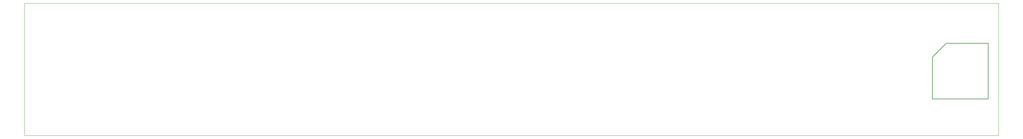
<source format=gm1>
G04 #@! TF.FileFunction,Profile,NP*
%FSLAX46Y46*%
G04 Gerber Fmt 4.6, Leading zero omitted, Abs format (unit mm)*
G04 Created by KiCad (PCBNEW 4.0.2-stable) date 2019-09-27 10:43:36 AM*
%MOMM*%
G01*
G04 APERTURE LIST*
%ADD10C,0.200000*%
%ADD11C,0.100000*%
G04 APERTURE END LIST*
D10*
D11*
X291500000Y-95500000D02*
X291500000Y-57500000D01*
D10*
X276500000Y-69000000D02*
X272500000Y-73000000D01*
X272500000Y-85000000D02*
X272500000Y-73000000D01*
X288500000Y-85000000D02*
X272500000Y-85000000D01*
X288500000Y-69000000D02*
X288500000Y-85000000D01*
X276500000Y-69000000D02*
X288500000Y-69000000D01*
D11*
X11994432Y-95501146D02*
X11994432Y-57501146D01*
X291500000Y-95500000D02*
X11994432Y-95501146D01*
X11994432Y-57500000D02*
X291500000Y-57500000D01*
M02*

</source>
